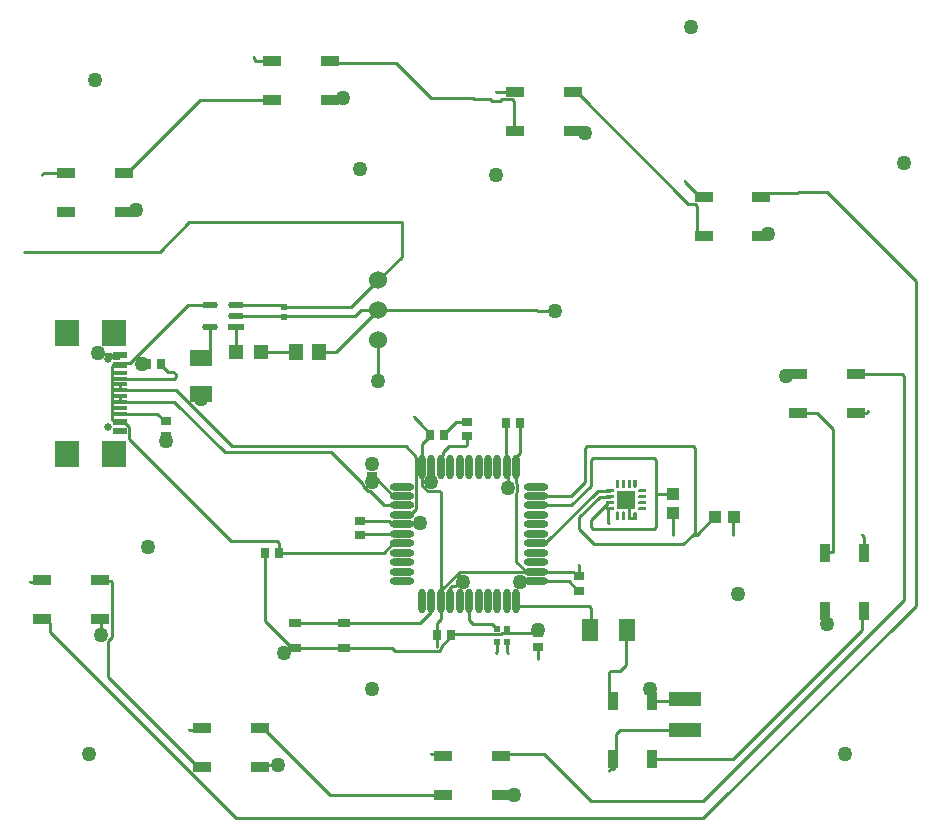
<source format=gtl>
G04*
G04 #@! TF.GenerationSoftware,Altium Limited,Altium Designer,24.9.1 (31)*
G04*
G04 Layer_Physical_Order=1*
G04 Layer_Color=255*
%FSLAX44Y44*%
%MOMM*%
G71*
G04*
G04 #@! TF.SameCoordinates,E34D74D8-3647-4743-B869-721777AC5566*
G04*
G04*
G04 #@! TF.FilePolarity,Positive*
G04*
G01*
G75*
%ADD15C,0.2540*%
%ADD16R,1.1500X0.3000*%
%ADD17R,1.1500X0.6000*%
%ADD18R,2.0000X2.1800*%
%ADD19R,1.5000X0.9000*%
%ADD20R,0.9000X1.5000*%
%ADD21R,0.9000X0.7500*%
%ADD22R,1.0621X1.1350*%
%ADD23R,1.1350X1.0621*%
%ADD24R,0.5000X0.6000*%
%ADD25O,0.6000X2.0500*%
%ADD26O,2.0500X0.6000*%
%ADD27R,0.7500X0.9000*%
%ADD28R,0.8621X0.7350*%
%ADD29R,0.7350X0.8621*%
%ADD30R,0.5200X0.5200*%
%ADD31R,1.8582X1.3561*%
G04:AMPARAMS|DCode=32|XSize=1.3383mm|YSize=0.578mm|CornerRadius=0.289mm|HoleSize=0mm|Usage=FLASHONLY|Rotation=180.000|XOffset=0mm|YOffset=0mm|HoleType=Round|Shape=RoundedRectangle|*
%AMROUNDEDRECTD32*
21,1,1.3383,0.0000,0,0,180.0*
21,1,0.7603,0.5780,0,0,180.0*
1,1,0.5780,-0.3802,0.0000*
1,1,0.5780,0.3802,0.0000*
1,1,0.5780,0.3802,0.0000*
1,1,0.5780,-0.3802,0.0000*
%
%ADD32ROUNDEDRECTD32*%
%ADD33R,1.3383X0.5780*%
%ADD34R,1.2000X1.2000*%
%ADD35R,1.2000X1.4500*%
%ADD36R,1.0500X0.6500*%
%ADD37R,1.6000X1.6000*%
%ADD38C,0.2520*%
%ADD39R,1.3561X1.8582*%
%ADD40R,2.7000X1.2000*%
%ADD47C,0.6500*%
%ADD51C,0.6000*%
%ADD52C,1.5300*%
%ADD53C,1.2700*%
%ADD54C,0.1778*%
G36*
X1288100Y733900D02*
X1293600Y733900D01*
X1293878D01*
X1294393Y733687D01*
X1294787Y733293D01*
X1295000Y732778D01*
Y732500D01*
Y732222D01*
X1294787Y731707D01*
X1294393Y731313D01*
X1293878Y731100D01*
X1293600D01*
D01*
X1288100D01*
Y733900D01*
D02*
G37*
G36*
Y738900D02*
X1293600D01*
X1293878D01*
X1294393Y738687D01*
X1294787Y738293D01*
X1295000Y737778D01*
Y737500D01*
Y737222D01*
X1294787Y736707D01*
X1294393Y736313D01*
X1293878Y736100D01*
X1293600D01*
D01*
X1288100D01*
Y738900D01*
D02*
G37*
G36*
X1296100Y723100D02*
Y728600D01*
Y728878D01*
X1296313Y729393D01*
X1296707Y729787D01*
X1297222Y730000D01*
X1297500D01*
X1297778D01*
X1298293Y729787D01*
X1298687Y729393D01*
X1298900Y728878D01*
Y728600D01*
X1298900D01*
Y723100D01*
X1296100D01*
D02*
G37*
G36*
X1301100D02*
Y728600D01*
Y728878D01*
X1301313Y729393D01*
X1301707Y729787D01*
X1302222Y730000D01*
X1302500D01*
X1302778D01*
X1303293Y729787D01*
X1303687Y729393D01*
X1303900Y728878D01*
Y728600D01*
D01*
Y723100D01*
X1301100D01*
D02*
G37*
G36*
X1288100Y743900D02*
X1293600D01*
X1293878D01*
X1294393Y743687D01*
X1294787Y743293D01*
X1295000Y742778D01*
Y742500D01*
Y742222D01*
X1294787Y741707D01*
X1294393Y741313D01*
X1293878Y741100D01*
X1293600D01*
D01*
X1288100D01*
Y743900D01*
D02*
G37*
G36*
Y748900D02*
X1293600D01*
X1293878D01*
X1294393Y748687D01*
X1294787Y748293D01*
X1295000Y747778D01*
Y747500D01*
Y747222D01*
X1294787Y746707D01*
X1294393Y746313D01*
X1293878Y746100D01*
X1293600D01*
Y746100D01*
X1288100D01*
Y748900D01*
D02*
G37*
G36*
X1298900Y756900D02*
X1298900Y751400D01*
Y751122D01*
X1298687Y750607D01*
X1298293Y750213D01*
X1297778Y750000D01*
X1297500D01*
X1297222D01*
X1296707Y750213D01*
X1296313Y750607D01*
X1296100Y751122D01*
Y751400D01*
D01*
Y756900D01*
X1298900D01*
D02*
G37*
G36*
X1303900D02*
Y751400D01*
Y751122D01*
X1303687Y750607D01*
X1303293Y750213D01*
X1302778Y750000D01*
X1302500D01*
X1302222D01*
X1301707Y750213D01*
X1301313Y750607D01*
X1301100Y751122D01*
Y751400D01*
D01*
Y756900D01*
X1303900D01*
D02*
G37*
G36*
X1306100Y723100D02*
Y728600D01*
Y728878D01*
X1306313Y729393D01*
X1306707Y729787D01*
X1307222Y730000D01*
X1307500D01*
X1307778D01*
X1308293Y729787D01*
X1308687Y729393D01*
X1308900Y728878D01*
Y728600D01*
D01*
Y723100D01*
X1306100D01*
D02*
G37*
G36*
X1311100D02*
X1311100Y728600D01*
Y728878D01*
X1311313Y729393D01*
X1311707Y729787D01*
X1312222Y730000D01*
X1312500D01*
X1312778D01*
X1313293Y729787D01*
X1313687Y729393D01*
X1313900Y728878D01*
Y728600D01*
D01*
Y723100D01*
X1311100D01*
D02*
G37*
G36*
X1321900Y731100D02*
X1316400D01*
X1316122D01*
X1315607Y731313D01*
X1315213Y731707D01*
X1315000Y732222D01*
Y732500D01*
Y732778D01*
X1315213Y733293D01*
X1315607Y733687D01*
X1316122Y733900D01*
X1316400D01*
Y733900D01*
X1321900D01*
Y731100D01*
D02*
G37*
G36*
Y736100D02*
X1316400D01*
X1316122D01*
X1315607Y736313D01*
X1315213Y736707D01*
X1315000Y737222D01*
Y737500D01*
Y737778D01*
X1315213Y738293D01*
X1315607Y738687D01*
X1316122Y738900D01*
X1316400D01*
D01*
X1321900D01*
Y736100D01*
D02*
G37*
G36*
X1308900Y756900D02*
Y751400D01*
Y751122D01*
X1308687Y750607D01*
X1308293Y750213D01*
X1307778Y750000D01*
X1307500D01*
X1307222D01*
X1306707Y750213D01*
X1306313Y750607D01*
X1306100Y751122D01*
Y751400D01*
D01*
Y756900D01*
X1308900D01*
D02*
G37*
G36*
X1313900D02*
Y751400D01*
Y751122D01*
X1313687Y750607D01*
X1313293Y750213D01*
X1312778Y750000D01*
X1312500D01*
X1312222D01*
X1311707Y750213D01*
X1311313Y750607D01*
X1311100Y751122D01*
Y751400D01*
X1311100D01*
Y756900D01*
X1313900D01*
D02*
G37*
G36*
X1321900Y741100D02*
X1316400D01*
X1316122D01*
X1315607Y741313D01*
X1315213Y741707D01*
X1315000Y742222D01*
Y742500D01*
Y742778D01*
X1315213Y743293D01*
X1315607Y743687D01*
X1316122Y743900D01*
X1316400D01*
D01*
X1321900D01*
Y741100D01*
D02*
G37*
G36*
Y746100D02*
X1316400Y746100D01*
X1316122D01*
X1315607Y746313D01*
X1315213Y746707D01*
X1315000Y747222D01*
Y747500D01*
Y747778D01*
X1315213Y748293D01*
X1315607Y748687D01*
X1316122Y748900D01*
X1316400D01*
D01*
X1321900D01*
Y746100D01*
D02*
G37*
D15*
X1330000Y745000D02*
Y773512D01*
X1276488Y775000D02*
X1328512D01*
X1330000Y773512D01*
X1275000Y751488D02*
Y773512D01*
X1276488Y775000D01*
X1271488Y785000D02*
X1361366D01*
X1270000Y783512D02*
X1271488Y785000D01*
X1361366D02*
X1362854Y783512D01*
Y711577D02*
Y783512D01*
X1270000Y755000D02*
Y783512D01*
X1092875Y757875D02*
X1107750Y743000D01*
X1082126Y751739D02*
X1086739Y747126D01*
X1055000Y780000D02*
X1082126Y752874D01*
X1087874Y747126D02*
X1100000Y735000D01*
X1082126Y751739D02*
Y752874D01*
X1086739Y747126D02*
X1087874D01*
X915000Y790000D02*
Y793846D01*
X871431Y860270D02*
X875070D01*
X857879Y864407D02*
X858612Y863674D01*
X868027D01*
X871431Y860270D01*
X875070D02*
X876800Y862000D01*
X878530Y855730D02*
X884594D01*
X933865Y905000D01*
X876800Y854000D02*
X878530Y855730D01*
X933865Y905000D02*
X952676D01*
X911154Y854365D02*
Y855000D01*
Y854365D02*
X917151Y848367D01*
X923908Y843988D02*
Y846092D01*
X922420Y842500D02*
X923908Y843988D01*
X876800Y842500D02*
X922420D01*
X917151Y848367D02*
X921633D01*
X923908Y846092D01*
X908018Y812500D02*
X914365Y806154D01*
X915000D01*
X876800Y812500D02*
X908018D01*
X1009512Y705000D02*
X1011000Y703512D01*
X970000Y705000D02*
X1009512D01*
X882768Y802524D02*
X883181D01*
X881280Y804012D02*
Y804270D01*
X883181Y802524D02*
X884074Y801631D01*
X876800Y806000D02*
X879550D01*
X881280Y804012D02*
X882768Y802524D01*
X879550Y806000D02*
X881280Y804270D01*
X1011000Y695000D02*
Y703512D01*
X884074Y790926D02*
X970000Y705000D01*
X884074Y790926D02*
Y801631D01*
X875312Y807488D02*
X876800Y806000D01*
X1115000Y735000D02*
X1115000Y735000D01*
X1100000Y735000D02*
X1115000D01*
X965000Y780000D02*
X1055000D01*
X876800Y822500D02*
X922500D01*
X965000Y780000D01*
X1127337Y732087D02*
Y776175D01*
X1115000Y727000D02*
X1122250D01*
X1118512Y785000D02*
X1127337Y776175D01*
X971513Y785000D02*
X1118512D01*
X1122250Y727000D02*
X1127337Y732087D01*
X924013Y832500D02*
X971513Y785000D01*
X876800Y832500D02*
X924013D01*
X1148534Y743534D02*
Y745638D01*
X1148000Y663376D02*
Y743000D01*
X1136739Y747126D02*
X1147046D01*
X1148534Y745638D01*
X1148000Y743000D02*
X1148534Y743534D01*
X1132126Y751739D02*
X1136739Y747126D01*
X1132126Y751739D02*
Y767874D01*
X1132000Y768000D02*
X1132126Y767874D01*
X869526Y807488D02*
X875312D01*
X869526D02*
Y853038D01*
X871488Y855000D01*
X875800D01*
X876800Y854000D01*
Y822500D02*
Y827500D01*
Y832500D02*
Y837500D01*
X1161250Y806000D02*
X1170000D01*
X1151000Y795000D02*
Y795750D01*
X1161250Y806000D01*
X975000Y895500D02*
X1075500D01*
X1059600Y865000D02*
X1095000Y900400D01*
X1045000Y865000D02*
X1059600D01*
X1089250Y772000D02*
X1090000D01*
X1092000Y770000D01*
X1090354D02*
X1092000D01*
X1090000Y770354D02*
X1090354Y770000D01*
X1215115Y670335D02*
X1215450Y670000D01*
X1220000D01*
X1221000Y671000D01*
X1229000D01*
X1157134Y666458D02*
X1159964D01*
X1155338Y664662D02*
X1157134Y666458D01*
X1163967Y670462D02*
X1166717D01*
X1159964Y666458D02*
X1163967Y670462D01*
X1155338Y654662D02*
Y664662D01*
X1219624Y680190D02*
X1220814Y679000D01*
X1149190Y664071D02*
X1164119Y679000D01*
X1218929Y680190D02*
X1219624D01*
X1155338Y654662D02*
X1156000Y654000D01*
X1115000Y719000D02*
X1129000D01*
X1130000Y720000D01*
X1140000Y755000D02*
Y768000D01*
X1103814Y722000D02*
X1106814Y719000D01*
X1115000D01*
X1080000Y722000D02*
X1103814D01*
X1205000Y750000D02*
Y755000D01*
X1212874Y746739D02*
Y753261D01*
X1212000Y754136D02*
X1212874Y753261D01*
X1212000Y687119D02*
Y745864D01*
X1164119Y679000D02*
X1219624D01*
X1212000Y745864D02*
X1212874Y746739D01*
X1212000Y754136D02*
Y776186D01*
X1204662Y755338D02*
X1205000Y755000D01*
X1204662Y755338D02*
Y767338D01*
X1204000Y768000D02*
X1204662Y767338D01*
X1307500Y733500D02*
X1309500Y735500D01*
X1307500Y724500D02*
Y733500D01*
X1256250Y671000D02*
X1264250Y663000D01*
X1229000Y671000D02*
X1256250D01*
X1264250Y663000D02*
X1265000D01*
X1200155Y627000D02*
X1230000D01*
Y605000D02*
Y615000D01*
Y627000D02*
Y630000D01*
X895000Y855000D02*
X898846D01*
X898846Y855000D01*
X996000Y515000D02*
X1010000D01*
X994500Y513500D02*
X996000Y515000D01*
X1022250Y614250D02*
X1024250D01*
X1018000Y610000D02*
X1022250Y614250D01*
X1015000Y610000D02*
X1018000D01*
X870000Y623865D02*
Y670000D01*
X866000Y590000D02*
Y619865D01*
X870000Y623865D01*
X860000Y625000D02*
Y638000D01*
X859500Y638500D02*
X860000Y638000D01*
X999000Y637500D02*
Y695000D01*
Y637500D02*
X1022250Y614250D01*
X1106922D02*
X1108966Y612206D01*
X1146157D01*
X1147794Y613843D01*
Y615044D01*
X1157000Y624250D02*
Y625000D01*
X1065750Y614250D02*
X1106922D01*
X1147794Y615044D02*
X1157000Y624250D01*
X1199131Y625976D02*
X1200155Y627000D01*
X1157000Y625000D02*
X1157976Y625976D01*
X1199131D01*
X1325000Y571000D02*
X1326500Y569500D01*
X1325000Y571000D02*
Y580000D01*
X1080400Y900400D02*
X1095000D01*
X1229351D02*
X1229751Y900000D01*
X1095000Y900400D02*
X1229351D01*
X1229751Y900000D02*
X1245000D01*
X1291488Y511488D02*
X1295000D01*
Y519000D01*
X1290000Y510000D02*
X1291488Y511488D01*
X1293500Y520500D02*
X1295000Y519000D01*
X800000Y670000D02*
X809000D01*
X810500Y671500D01*
X944000Y545000D02*
X945500Y546500D01*
X935000Y545000D02*
X944000D01*
X1140000Y525000D02*
X1148000D01*
X1150000Y523000D01*
X1506500Y694500D02*
Y708500D01*
X1505000Y710000D02*
X1506500Y708500D01*
X1499500Y813500D02*
X1508512D01*
X1510000Y814988D01*
Y815000D01*
X1355000Y1009000D02*
Y1010000D01*
X1367500Y996500D02*
X1370500D01*
X1355000Y1009000D02*
X1367500Y996500D01*
X1200111Y1078976D02*
X1208512D01*
X1189889D02*
X1191739Y1077126D01*
X1176024Y1078976D02*
X1189889D01*
X1191739Y1077126D02*
X1198261D01*
X1200111Y1078976D01*
X1195000Y1085000D02*
X1211000D01*
X990000Y1113000D02*
Y1115000D01*
Y1113000D02*
X991500Y1111500D01*
X1005500D01*
X811500Y1016500D02*
X830500D01*
X810000Y1015000D02*
X811500Y1016500D01*
X795000Y950000D02*
X910000D01*
X935000Y975000D02*
X1115000D01*
X910000Y950000D02*
X935000Y975000D01*
X879500Y1016500D02*
X882500D01*
X944500Y1078500D02*
X1005500D01*
X882500Y1016500D02*
X944500Y1078500D01*
X1054500Y1111500D02*
X1056000Y1110000D01*
X1110000D01*
X1140000Y1080000D02*
X1175000D01*
X1110000Y1110000D02*
X1140000Y1080000D01*
X1175000D02*
X1176024Y1078976D01*
X1210000Y1053000D02*
Y1077488D01*
X1208512Y1078976D02*
X1210000Y1077488D01*
Y1053000D02*
X1211000Y1052000D01*
X1263000Y1085000D02*
X1357524Y990476D01*
X1365000Y966730D02*
Y988988D01*
X1260000Y1085000D02*
X1263000D01*
X1357524Y990476D02*
X1363512D01*
X1365000Y988988D01*
X1368230Y963500D02*
X1370500D01*
X1365000Y966730D02*
X1368230Y963500D01*
X1422730Y999730D02*
X1450230D01*
X1450500Y1000000D01*
X1419500Y996500D02*
X1422730Y999730D01*
X1450500Y1000000D02*
X1475000D01*
X1550000Y925000D01*
Y650000D02*
Y925000D01*
X1370000Y470000D02*
X1550000Y650000D01*
X816730Y628115D02*
X974845Y470000D01*
X810500Y638500D02*
X813500D01*
X816730Y635270D01*
Y628115D02*
Y635270D01*
X974845Y470000D02*
X1370000D01*
X859500Y671500D02*
X859512Y671488D01*
X868512D01*
X870000Y670000D01*
X942500Y513500D02*
X945500D01*
X866000Y590000D02*
X942500Y513500D01*
X997500Y546500D02*
X1054000Y490000D01*
X1150000D01*
X994500Y546500D02*
X997500D01*
X1199000Y523000D02*
X1201000Y525000D01*
X1235000D01*
X1275000Y485000D01*
X1370000D01*
X1540000Y655000D02*
Y845000D01*
X1370000Y485000D02*
X1540000Y655000D01*
X1538500Y846500D02*
X1540000Y845000D01*
X1499500Y846500D02*
X1538500D01*
X1473500Y694500D02*
X1474988Y695988D01*
X1480000D02*
Y800000D01*
X1474988Y695988D02*
X1480000D01*
X1450500Y813500D02*
X1466500D01*
X1480000Y800000D01*
X1505000Y644000D02*
X1506500Y645500D01*
X1505000Y630000D02*
Y644000D01*
X1395500Y520500D02*
X1505000Y630000D01*
X1326500Y520500D02*
X1395500D01*
X1170000Y786488D02*
Y794000D01*
X1155000Y785000D02*
X1168512D01*
X1170000Y786488D01*
X1150000Y780000D02*
X1155000Y785000D01*
X1150000Y778186D02*
Y780000D01*
X1148000Y776186D02*
X1150000Y778186D01*
X1148000Y768000D02*
Y776186D01*
X1353500Y569500D02*
X1355000Y571000D01*
X1326500Y569500D02*
X1353500D01*
X1300000Y545000D02*
X1355000D01*
X1296730Y523730D02*
Y541730D01*
X1300000Y545000D01*
X1293500Y520500D02*
X1296730Y523730D01*
X1290270Y572730D02*
X1293500Y569500D01*
X1290270Y572730D02*
Y584486D01*
X1291488Y595000D02*
X1300000D01*
X1290000Y584756D02*
X1290270Y584486D01*
X1290000Y584756D02*
Y593512D01*
X1291488Y595000D01*
X1300000D02*
X1305000Y600000D01*
Y629739D01*
X1305261Y630000D01*
X1273512Y650000D02*
X1275000Y648512D01*
X1213598Y650000D02*
X1273512D01*
X1274739Y630000D02*
X1275000Y630261D01*
Y648512D01*
X1212000Y651598D02*
Y654000D01*
Y651598D02*
X1213598Y650000D01*
X1395000Y710000D02*
Y723692D01*
X1396308Y725000D01*
X1277874Y702126D02*
X1353403D01*
X1361277Y710000D01*
X1265000Y715000D02*
X1277874Y702126D01*
X1345000Y710000D02*
Y728692D01*
X1361277Y710000D02*
X1364635D01*
X1379635Y725000D02*
X1380000D01*
X1364635Y710000D02*
X1379635Y725000D01*
X1361277Y710000D02*
X1362854Y711577D01*
X1330000Y716488D02*
Y745000D01*
X1345000D01*
X1265000Y675000D02*
Y685000D01*
X1276488Y715000D02*
X1328512D01*
X1289500Y720500D02*
X1290000Y720000D01*
X1289500Y720500D02*
Y732500D01*
X1307500Y724500D02*
X1312500D01*
X1280750Y747500D02*
X1291550D01*
X1229000Y703000D02*
X1236250D01*
X1280750Y747500D01*
X1275000Y723000D02*
X1289500Y737500D01*
X1275000Y716488D02*
Y723000D01*
Y716488D02*
X1276488Y715000D01*
X1328512D02*
X1330000Y716488D01*
X1229000Y735000D02*
X1258512D01*
X1275000Y751488D01*
X1265000Y725000D02*
X1282500Y742500D01*
X1291550D01*
X1265000Y715000D02*
Y725000D01*
X1258000Y743000D02*
X1270000Y755000D01*
X1229000Y743000D02*
X1258000D01*
X1011000Y695000D02*
X1099750D01*
X1107750Y703000D02*
X1115000D01*
X1099750Y695000D02*
X1107750Y703000D01*
X1114500Y710500D02*
X1115000Y711000D01*
X1080000Y710000D02*
X1080500Y710500D01*
X1114500D01*
X1204000Y611000D02*
X1205000Y610000D01*
X1204000Y611000D02*
Y619500D01*
X1195000Y610000D02*
X1196000Y611000D01*
Y619500D01*
X1145000Y615000D02*
Y625000D01*
X1194270Y632230D02*
X1194770D01*
X1196000Y630500D02*
Y631000D01*
X1194770Y632230D02*
X1196000Y631000D01*
X1191500Y635000D02*
X1194270Y632230D01*
X1175000Y635000D02*
X1191500D01*
X1172000Y638000D02*
Y654000D01*
Y638000D02*
X1175000Y635000D01*
X1125000Y810000D02*
X1130000Y805000D01*
Y804750D02*
X1139000Y795750D01*
X1130000Y804750D02*
Y805000D01*
X1203500Y768500D02*
Y804500D01*
X1139000Y795000D02*
Y795750D01*
X1095000Y840000D02*
Y875000D01*
X1107532Y727000D02*
X1115000D01*
X1107750Y743000D02*
X1115000D01*
X1065750Y635750D02*
X1130631D01*
X1024250D02*
X1065750D01*
X1130631D02*
X1139338Y644457D01*
X1115000Y743000D02*
X1115662Y743662D01*
X1132000Y768000D02*
Y787250D01*
X1115000Y743000D02*
X1115662Y742338D01*
X1024250Y614250D02*
X1065750D01*
X1139338Y644457D02*
Y653338D01*
X1140000Y654000D01*
X1139000Y794250D02*
Y795000D01*
X1132000Y787250D02*
X1139000Y794250D01*
X1260250Y679000D02*
X1264250Y675000D01*
X1229000Y679000D02*
X1260250D01*
X1264250Y675000D02*
X1265000D01*
X1203000Y805000D02*
X1203500Y804500D01*
Y768500D02*
X1204000Y768000D01*
X1215000Y779186D02*
Y805000D01*
X1212000Y776186D02*
X1215000Y779186D01*
X1145000Y635522D02*
X1148000Y638522D01*
X1145000Y625000D02*
Y635522D01*
X1148000Y638522D02*
Y654000D01*
X1212000Y687119D02*
X1218929Y680190D01*
X1220814Y679000D02*
X1229000D01*
X1149190Y663376D02*
Y664071D01*
X1148000Y662186D02*
X1149190Y663376D01*
X1148000Y654000D02*
Y662186D01*
X1013000Y905000D02*
X1015000Y903000D01*
X1115000Y945800D02*
Y975000D01*
X1095000Y925800D02*
X1115000Y945800D01*
X975000Y905000D02*
X1013000D01*
X1072200Y903000D02*
X1095000Y925800D01*
X1015000Y903000D02*
X1072200D01*
X1075500Y895500D02*
X1080400Y900400D01*
X947165Y860261D02*
X952676Y865771D01*
X945000Y860261D02*
X947165D01*
X952676Y865771D02*
Y886000D01*
X995500Y865000D02*
X1025000D01*
X974500D02*
X975000Y865500D01*
Y886000D01*
D16*
X876800Y812500D02*
D03*
Y817500D02*
D03*
Y822500D02*
D03*
Y827500D02*
D03*
Y832500D02*
D03*
Y837500D02*
D03*
Y842500D02*
D03*
Y847500D02*
D03*
D17*
Y806000D02*
D03*
Y854000D02*
D03*
Y798000D02*
D03*
Y862000D02*
D03*
D18*
X871050Y778900D02*
D03*
Y881100D02*
D03*
X831750Y778900D02*
D03*
Y881100D02*
D03*
D19*
X1499500Y813500D02*
D03*
Y846500D02*
D03*
X1450500D02*
D03*
Y813500D02*
D03*
X945500Y546500D02*
D03*
Y513500D02*
D03*
X994500D02*
D03*
Y546500D02*
D03*
X1150000Y523000D02*
D03*
Y490000D02*
D03*
X1199000D02*
D03*
Y523000D02*
D03*
X810500Y671500D02*
D03*
Y638500D02*
D03*
X859500D02*
D03*
Y671500D02*
D03*
X1370500Y996500D02*
D03*
Y963500D02*
D03*
X1419500D02*
D03*
Y996500D02*
D03*
X1211000Y1085000D02*
D03*
Y1052000D02*
D03*
X1260000D02*
D03*
Y1085000D02*
D03*
X1005500Y1111500D02*
D03*
Y1078500D02*
D03*
X1054500D02*
D03*
Y1111500D02*
D03*
X830500Y1016500D02*
D03*
Y983500D02*
D03*
X879500D02*
D03*
Y1016500D02*
D03*
D20*
X1506500Y694500D02*
D03*
X1473500D02*
D03*
Y645500D02*
D03*
X1506500D02*
D03*
X1293500Y520500D02*
D03*
X1326500D02*
D03*
Y569500D02*
D03*
X1293500D02*
D03*
D21*
X1170000Y806000D02*
D03*
Y794000D02*
D03*
X1080000Y722000D02*
D03*
Y710000D02*
D03*
X1230000Y627000D02*
D03*
Y615000D02*
D03*
X1265000Y663000D02*
D03*
Y675000D02*
D03*
X1090000Y772000D02*
D03*
Y760000D02*
D03*
D22*
X1345000Y728692D02*
D03*
Y745000D02*
D03*
D23*
X1396308Y725000D02*
D03*
X1380000D02*
D03*
D24*
X1196000Y619500D02*
D03*
Y630500D02*
D03*
X1204000D02*
D03*
Y619500D02*
D03*
D25*
X1132000Y768000D02*
D03*
X1140000D02*
D03*
X1148000D02*
D03*
X1156000D02*
D03*
X1164000D02*
D03*
X1172000D02*
D03*
X1180000D02*
D03*
X1188000D02*
D03*
X1196000D02*
D03*
X1204000D02*
D03*
X1212000D02*
D03*
Y654000D02*
D03*
X1204000D02*
D03*
X1196000D02*
D03*
X1188000D02*
D03*
X1180000D02*
D03*
X1172000D02*
D03*
X1164000D02*
D03*
X1156000D02*
D03*
X1148000D02*
D03*
X1140000D02*
D03*
X1132000D02*
D03*
D26*
X1229000Y751000D02*
D03*
Y743000D02*
D03*
Y735000D02*
D03*
Y727000D02*
D03*
Y719000D02*
D03*
Y711000D02*
D03*
Y703000D02*
D03*
Y695000D02*
D03*
Y687000D02*
D03*
Y679000D02*
D03*
Y671000D02*
D03*
X1115000D02*
D03*
Y679000D02*
D03*
Y687000D02*
D03*
Y695000D02*
D03*
Y703000D02*
D03*
Y711000D02*
D03*
Y719000D02*
D03*
Y727000D02*
D03*
Y735000D02*
D03*
Y743000D02*
D03*
Y751000D02*
D03*
D27*
X1203000Y805000D02*
D03*
X1215000D02*
D03*
X1157000Y625000D02*
D03*
X1145000D02*
D03*
X999000Y695000D02*
D03*
X1011000D02*
D03*
X1151000Y795000D02*
D03*
X1139000D02*
D03*
D28*
X915000Y806154D02*
D03*
Y793846D02*
D03*
D29*
X911154Y855000D02*
D03*
X898846D02*
D03*
D30*
X1015000Y895000D02*
D03*
Y903000D02*
D03*
D31*
X945000Y829739D02*
D03*
Y860261D02*
D03*
D32*
X952676Y886000D02*
D03*
Y905000D02*
D03*
X975000D02*
D03*
Y895500D02*
D03*
D33*
Y886000D02*
D03*
D34*
X974500Y865000D02*
D03*
X995500D02*
D03*
D35*
X1045000D02*
D03*
X1025000D02*
D03*
D36*
X1065750Y614250D02*
D03*
X1024250D02*
D03*
X1065750Y635750D02*
D03*
X1024250D02*
D03*
D37*
X1305000Y740000D02*
D03*
D38*
X1297500Y753593D02*
D03*
X1302500D02*
D03*
X1307500Y753450D02*
D03*
X1312500D02*
D03*
X1318593Y747500D02*
D03*
Y742500D02*
D03*
X1318450Y737500D02*
D03*
Y732500D02*
D03*
X1312500Y724500D02*
D03*
X1307500D02*
D03*
X1302500Y726550D02*
D03*
X1297500D02*
D03*
X1289500Y732500D02*
D03*
Y737500D02*
D03*
X1291550Y742500D02*
D03*
Y747500D02*
D03*
D39*
X1305261Y630000D02*
D03*
X1274739D02*
D03*
D40*
X1355000Y571000D02*
D03*
Y545000D02*
D03*
D47*
X866050Y801100D02*
D03*
Y858900D02*
D03*
D51*
X1309500Y735500D02*
D03*
X1300500D02*
D03*
X1309500Y744500D02*
D03*
X1300500D02*
D03*
D52*
X1095000Y925800D02*
D03*
Y900400D02*
D03*
Y875000D02*
D03*
D53*
X1400000Y660000D02*
D03*
X1090000Y580000D02*
D03*
X900000Y700000D02*
D03*
X1195000Y1015000D02*
D03*
X1080000Y1020000D02*
D03*
X855000Y1095000D02*
D03*
X850000Y525000D02*
D03*
X1490000D02*
D03*
X1540000Y1025000D02*
D03*
X1360000Y1140000D02*
D03*
X1090000Y755000D02*
D03*
X915000Y790000D02*
D03*
X857879Y864407D02*
D03*
X1090000Y770354D02*
D03*
X1215115Y670335D02*
D03*
X1166717Y670462D02*
D03*
X1130000Y720000D02*
D03*
X1140000Y755000D02*
D03*
X1205000Y750000D02*
D03*
X945000Y825000D02*
D03*
X1230000Y630000D02*
D03*
X1210000Y490000D02*
D03*
X895000Y855000D02*
D03*
X1010000Y515000D02*
D03*
X1015000Y610000D02*
D03*
X860000Y625000D02*
D03*
X1325000Y580000D02*
D03*
X1475000Y635000D02*
D03*
X1440000Y845000D02*
D03*
X1425000Y965000D02*
D03*
X1270000Y1050000D02*
D03*
X1065000Y1080000D02*
D03*
X890000Y985000D02*
D03*
X1245000Y900000D02*
D03*
X1095000Y840000D02*
D03*
D54*
X1230000Y605000D02*
D03*
X1290000Y510000D02*
D03*
X800000Y670000D02*
D03*
X935000Y545000D02*
D03*
X1140000Y525000D02*
D03*
X1505000Y710000D02*
D03*
X1510000Y815000D02*
D03*
X1355000Y1010000D02*
D03*
X1195000Y1085000D02*
D03*
X990000Y1115000D02*
D03*
X810000Y1015000D02*
D03*
X1395000Y710000D02*
D03*
X1345000D02*
D03*
X1265000Y685000D02*
D03*
X1290000Y720000D02*
D03*
X1205000Y610000D02*
D03*
X1195000D02*
D03*
X1145000Y615000D02*
D03*
X1125000Y810000D02*
D03*
M02*

</source>
